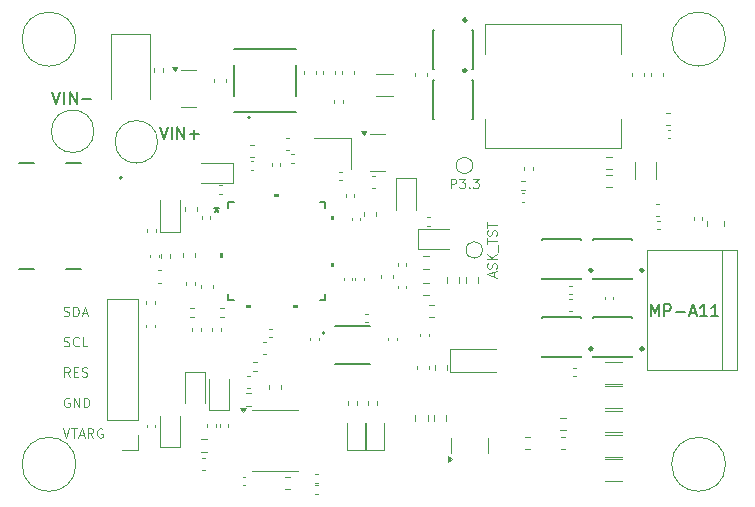
<source format=gbr>
%TF.GenerationSoftware,KiCad,Pcbnew,8.0.8*%
%TF.CreationDate,2025-05-28T16:15:01+07:00*%
%TF.ProjectId,WLC_TX15W_C1_V1.1,574c435f-5458-4313-9557-5f43315f5631,rev?*%
%TF.SameCoordinates,Original*%
%TF.FileFunction,Legend,Top*%
%TF.FilePolarity,Positive*%
%FSLAX46Y46*%
G04 Gerber Fmt 4.6, Leading zero omitted, Abs format (unit mm)*
G04 Created by KiCad (PCBNEW 8.0.8) date 2025-05-28 16:15:01*
%MOMM*%
%LPD*%
G01*
G04 APERTURE LIST*
%ADD10C,0.100000*%
%ADD11C,0.150000*%
%ADD12C,0.120000*%
%ADD13C,0.200000*%
%ADD14C,0.250000*%
%ADD15C,0.152400*%
%ADD16C,0.000000*%
%ADD17C,0.127000*%
G04 APERTURE END LIST*
D10*
X106268169Y-76405160D02*
X106382455Y-76443255D01*
X106382455Y-76443255D02*
X106572931Y-76443255D01*
X106572931Y-76443255D02*
X106649122Y-76405160D01*
X106649122Y-76405160D02*
X106687217Y-76367064D01*
X106687217Y-76367064D02*
X106725312Y-76290874D01*
X106725312Y-76290874D02*
X106725312Y-76214683D01*
X106725312Y-76214683D02*
X106687217Y-76138493D01*
X106687217Y-76138493D02*
X106649122Y-76100398D01*
X106649122Y-76100398D02*
X106572931Y-76062302D01*
X106572931Y-76062302D02*
X106420550Y-76024207D01*
X106420550Y-76024207D02*
X106344360Y-75986112D01*
X106344360Y-75986112D02*
X106306265Y-75948017D01*
X106306265Y-75948017D02*
X106268169Y-75871826D01*
X106268169Y-75871826D02*
X106268169Y-75795636D01*
X106268169Y-75795636D02*
X106306265Y-75719445D01*
X106306265Y-75719445D02*
X106344360Y-75681350D01*
X106344360Y-75681350D02*
X106420550Y-75643255D01*
X106420550Y-75643255D02*
X106611027Y-75643255D01*
X106611027Y-75643255D02*
X106725312Y-75681350D01*
X107068170Y-76443255D02*
X107068170Y-75643255D01*
X107068170Y-75643255D02*
X107258646Y-75643255D01*
X107258646Y-75643255D02*
X107372932Y-75681350D01*
X107372932Y-75681350D02*
X107449122Y-75757540D01*
X107449122Y-75757540D02*
X107487217Y-75833731D01*
X107487217Y-75833731D02*
X107525313Y-75986112D01*
X107525313Y-75986112D02*
X107525313Y-76100398D01*
X107525313Y-76100398D02*
X107487217Y-76252779D01*
X107487217Y-76252779D02*
X107449122Y-76328969D01*
X107449122Y-76328969D02*
X107372932Y-76405160D01*
X107372932Y-76405160D02*
X107258646Y-76443255D01*
X107258646Y-76443255D02*
X107068170Y-76443255D01*
X107830074Y-76214683D02*
X108211027Y-76214683D01*
X107753884Y-76443255D02*
X108020551Y-75643255D01*
X108020551Y-75643255D02*
X108287217Y-76443255D01*
X106268169Y-78981070D02*
X106382455Y-79019165D01*
X106382455Y-79019165D02*
X106572931Y-79019165D01*
X106572931Y-79019165D02*
X106649122Y-78981070D01*
X106649122Y-78981070D02*
X106687217Y-78942974D01*
X106687217Y-78942974D02*
X106725312Y-78866784D01*
X106725312Y-78866784D02*
X106725312Y-78790593D01*
X106725312Y-78790593D02*
X106687217Y-78714403D01*
X106687217Y-78714403D02*
X106649122Y-78676308D01*
X106649122Y-78676308D02*
X106572931Y-78638212D01*
X106572931Y-78638212D02*
X106420550Y-78600117D01*
X106420550Y-78600117D02*
X106344360Y-78562022D01*
X106344360Y-78562022D02*
X106306265Y-78523927D01*
X106306265Y-78523927D02*
X106268169Y-78447736D01*
X106268169Y-78447736D02*
X106268169Y-78371546D01*
X106268169Y-78371546D02*
X106306265Y-78295355D01*
X106306265Y-78295355D02*
X106344360Y-78257260D01*
X106344360Y-78257260D02*
X106420550Y-78219165D01*
X106420550Y-78219165D02*
X106611027Y-78219165D01*
X106611027Y-78219165D02*
X106725312Y-78257260D01*
X107525313Y-78942974D02*
X107487217Y-78981070D01*
X107487217Y-78981070D02*
X107372932Y-79019165D01*
X107372932Y-79019165D02*
X107296741Y-79019165D01*
X107296741Y-79019165D02*
X107182455Y-78981070D01*
X107182455Y-78981070D02*
X107106265Y-78904879D01*
X107106265Y-78904879D02*
X107068170Y-78828689D01*
X107068170Y-78828689D02*
X107030074Y-78676308D01*
X107030074Y-78676308D02*
X107030074Y-78562022D01*
X107030074Y-78562022D02*
X107068170Y-78409641D01*
X107068170Y-78409641D02*
X107106265Y-78333450D01*
X107106265Y-78333450D02*
X107182455Y-78257260D01*
X107182455Y-78257260D02*
X107296741Y-78219165D01*
X107296741Y-78219165D02*
X107372932Y-78219165D01*
X107372932Y-78219165D02*
X107487217Y-78257260D01*
X107487217Y-78257260D02*
X107525313Y-78295355D01*
X108249122Y-79019165D02*
X107868170Y-79019165D01*
X107868170Y-79019165D02*
X107868170Y-78219165D01*
X106763408Y-81595075D02*
X106496741Y-81214122D01*
X106306265Y-81595075D02*
X106306265Y-80795075D01*
X106306265Y-80795075D02*
X106611027Y-80795075D01*
X106611027Y-80795075D02*
X106687217Y-80833170D01*
X106687217Y-80833170D02*
X106725312Y-80871265D01*
X106725312Y-80871265D02*
X106763408Y-80947456D01*
X106763408Y-80947456D02*
X106763408Y-81061741D01*
X106763408Y-81061741D02*
X106725312Y-81137932D01*
X106725312Y-81137932D02*
X106687217Y-81176027D01*
X106687217Y-81176027D02*
X106611027Y-81214122D01*
X106611027Y-81214122D02*
X106306265Y-81214122D01*
X107106265Y-81176027D02*
X107372931Y-81176027D01*
X107487217Y-81595075D02*
X107106265Y-81595075D01*
X107106265Y-81595075D02*
X107106265Y-80795075D01*
X107106265Y-80795075D02*
X107487217Y-80795075D01*
X107791979Y-81556980D02*
X107906265Y-81595075D01*
X107906265Y-81595075D02*
X108096741Y-81595075D01*
X108096741Y-81595075D02*
X108172932Y-81556980D01*
X108172932Y-81556980D02*
X108211027Y-81518884D01*
X108211027Y-81518884D02*
X108249122Y-81442694D01*
X108249122Y-81442694D02*
X108249122Y-81366503D01*
X108249122Y-81366503D02*
X108211027Y-81290313D01*
X108211027Y-81290313D02*
X108172932Y-81252218D01*
X108172932Y-81252218D02*
X108096741Y-81214122D01*
X108096741Y-81214122D02*
X107944360Y-81176027D01*
X107944360Y-81176027D02*
X107868170Y-81137932D01*
X107868170Y-81137932D02*
X107830075Y-81099837D01*
X107830075Y-81099837D02*
X107791979Y-81023646D01*
X107791979Y-81023646D02*
X107791979Y-80947456D01*
X107791979Y-80947456D02*
X107830075Y-80871265D01*
X107830075Y-80871265D02*
X107868170Y-80833170D01*
X107868170Y-80833170D02*
X107944360Y-80795075D01*
X107944360Y-80795075D02*
X108134837Y-80795075D01*
X108134837Y-80795075D02*
X108249122Y-80833170D01*
X106725312Y-83409080D02*
X106649122Y-83370985D01*
X106649122Y-83370985D02*
X106534836Y-83370985D01*
X106534836Y-83370985D02*
X106420550Y-83409080D01*
X106420550Y-83409080D02*
X106344360Y-83485270D01*
X106344360Y-83485270D02*
X106306265Y-83561461D01*
X106306265Y-83561461D02*
X106268169Y-83713842D01*
X106268169Y-83713842D02*
X106268169Y-83828128D01*
X106268169Y-83828128D02*
X106306265Y-83980509D01*
X106306265Y-83980509D02*
X106344360Y-84056699D01*
X106344360Y-84056699D02*
X106420550Y-84132890D01*
X106420550Y-84132890D02*
X106534836Y-84170985D01*
X106534836Y-84170985D02*
X106611027Y-84170985D01*
X106611027Y-84170985D02*
X106725312Y-84132890D01*
X106725312Y-84132890D02*
X106763408Y-84094794D01*
X106763408Y-84094794D02*
X106763408Y-83828128D01*
X106763408Y-83828128D02*
X106611027Y-83828128D01*
X107106265Y-84170985D02*
X107106265Y-83370985D01*
X107106265Y-83370985D02*
X107563408Y-84170985D01*
X107563408Y-84170985D02*
X107563408Y-83370985D01*
X107944360Y-84170985D02*
X107944360Y-83370985D01*
X107944360Y-83370985D02*
X108134836Y-83370985D01*
X108134836Y-83370985D02*
X108249122Y-83409080D01*
X108249122Y-83409080D02*
X108325312Y-83485270D01*
X108325312Y-83485270D02*
X108363407Y-83561461D01*
X108363407Y-83561461D02*
X108401503Y-83713842D01*
X108401503Y-83713842D02*
X108401503Y-83828128D01*
X108401503Y-83828128D02*
X108363407Y-83980509D01*
X108363407Y-83980509D02*
X108325312Y-84056699D01*
X108325312Y-84056699D02*
X108249122Y-84132890D01*
X108249122Y-84132890D02*
X108134836Y-84170985D01*
X108134836Y-84170985D02*
X107944360Y-84170985D01*
X106191979Y-85946895D02*
X106458646Y-86746895D01*
X106458646Y-86746895D02*
X106725312Y-85946895D01*
X106877693Y-85946895D02*
X107334836Y-85946895D01*
X107106264Y-86746895D02*
X107106264Y-85946895D01*
X107563407Y-86518323D02*
X107944360Y-86518323D01*
X107487217Y-86746895D02*
X107753884Y-85946895D01*
X107753884Y-85946895D02*
X108020550Y-86746895D01*
X108744360Y-86746895D02*
X108477693Y-86365942D01*
X108287217Y-86746895D02*
X108287217Y-85946895D01*
X108287217Y-85946895D02*
X108591979Y-85946895D01*
X108591979Y-85946895D02*
X108668169Y-85984990D01*
X108668169Y-85984990D02*
X108706264Y-86023085D01*
X108706264Y-86023085D02*
X108744360Y-86099276D01*
X108744360Y-86099276D02*
X108744360Y-86213561D01*
X108744360Y-86213561D02*
X108706264Y-86289752D01*
X108706264Y-86289752D02*
X108668169Y-86327847D01*
X108668169Y-86327847D02*
X108591979Y-86365942D01*
X108591979Y-86365942D02*
X108287217Y-86365942D01*
X109506264Y-85984990D02*
X109430074Y-85946895D01*
X109430074Y-85946895D02*
X109315788Y-85946895D01*
X109315788Y-85946895D02*
X109201502Y-85984990D01*
X109201502Y-85984990D02*
X109125312Y-86061180D01*
X109125312Y-86061180D02*
X109087217Y-86137371D01*
X109087217Y-86137371D02*
X109049121Y-86289752D01*
X109049121Y-86289752D02*
X109049121Y-86404038D01*
X109049121Y-86404038D02*
X109087217Y-86556419D01*
X109087217Y-86556419D02*
X109125312Y-86632609D01*
X109125312Y-86632609D02*
X109201502Y-86708800D01*
X109201502Y-86708800D02*
X109315788Y-86746895D01*
X109315788Y-86746895D02*
X109391979Y-86746895D01*
X109391979Y-86746895D02*
X109506264Y-86708800D01*
X109506264Y-86708800D02*
X109544360Y-86670704D01*
X109544360Y-86670704D02*
X109544360Y-86404038D01*
X109544360Y-86404038D02*
X109391979Y-86404038D01*
D11*
X155941667Y-76454819D02*
X155941667Y-75454819D01*
X155941667Y-75454819D02*
X156275000Y-76169104D01*
X156275000Y-76169104D02*
X156608333Y-75454819D01*
X156608333Y-75454819D02*
X156608333Y-76454819D01*
X157084524Y-76454819D02*
X157084524Y-75454819D01*
X157084524Y-75454819D02*
X157465476Y-75454819D01*
X157465476Y-75454819D02*
X157560714Y-75502438D01*
X157560714Y-75502438D02*
X157608333Y-75550057D01*
X157608333Y-75550057D02*
X157655952Y-75645295D01*
X157655952Y-75645295D02*
X157655952Y-75788152D01*
X157655952Y-75788152D02*
X157608333Y-75883390D01*
X157608333Y-75883390D02*
X157560714Y-75931009D01*
X157560714Y-75931009D02*
X157465476Y-75978628D01*
X157465476Y-75978628D02*
X157084524Y-75978628D01*
X158084524Y-76073866D02*
X158846429Y-76073866D01*
X159275000Y-76169104D02*
X159751190Y-76169104D01*
X159179762Y-76454819D02*
X159513095Y-75454819D01*
X159513095Y-75454819D02*
X159846428Y-76454819D01*
X160703571Y-76454819D02*
X160132143Y-76454819D01*
X160417857Y-76454819D02*
X160417857Y-75454819D01*
X160417857Y-75454819D02*
X160322619Y-75597676D01*
X160322619Y-75597676D02*
X160227381Y-75692914D01*
X160227381Y-75692914D02*
X160132143Y-75740533D01*
X161655952Y-76454819D02*
X161084524Y-76454819D01*
X161370238Y-76454819D02*
X161370238Y-75454819D01*
X161370238Y-75454819D02*
X161275000Y-75597676D01*
X161275000Y-75597676D02*
X161179762Y-75692914D01*
X161179762Y-75692914D02*
X161084524Y-75740533D01*
X105285715Y-57454819D02*
X105619048Y-58454819D01*
X105619048Y-58454819D02*
X105952381Y-57454819D01*
X106285715Y-58454819D02*
X106285715Y-57454819D01*
X106761905Y-58454819D02*
X106761905Y-57454819D01*
X106761905Y-57454819D02*
X107333333Y-58454819D01*
X107333333Y-58454819D02*
X107333333Y-57454819D01*
X107809524Y-58073866D02*
X108571429Y-58073866D01*
X114385715Y-60454819D02*
X114719048Y-61454819D01*
X114719048Y-61454819D02*
X115052381Y-60454819D01*
X115385715Y-61454819D02*
X115385715Y-60454819D01*
X115861905Y-61454819D02*
X115861905Y-60454819D01*
X115861905Y-60454819D02*
X116433333Y-61454819D01*
X116433333Y-61454819D02*
X116433333Y-60454819D01*
X116909524Y-61073866D02*
X117671429Y-61073866D01*
X117290476Y-61454819D02*
X117290476Y-60692914D01*
X119183400Y-67179819D02*
X119183400Y-67417914D01*
X118945305Y-67322676D02*
X119183400Y-67417914D01*
X119183400Y-67417914D02*
X119421495Y-67322676D01*
X119040543Y-67608390D02*
X119183400Y-67417914D01*
X119183400Y-67417914D02*
X119326257Y-67608390D01*
X119183400Y-67179819D02*
X119183400Y-67417914D01*
X118945305Y-67322676D02*
X119183400Y-67417914D01*
X119183400Y-67417914D02*
X119421495Y-67322676D01*
X119040543Y-67608390D02*
X119183400Y-67417914D01*
X119183400Y-67417914D02*
X119326257Y-67608390D01*
D10*
X139013095Y-65614895D02*
X139013095Y-64814895D01*
X139013095Y-64814895D02*
X139317857Y-64814895D01*
X139317857Y-64814895D02*
X139394047Y-64852990D01*
X139394047Y-64852990D02*
X139432142Y-64891085D01*
X139432142Y-64891085D02*
X139470238Y-64967276D01*
X139470238Y-64967276D02*
X139470238Y-65081561D01*
X139470238Y-65081561D02*
X139432142Y-65157752D01*
X139432142Y-65157752D02*
X139394047Y-65195847D01*
X139394047Y-65195847D02*
X139317857Y-65233942D01*
X139317857Y-65233942D02*
X139013095Y-65233942D01*
X139736904Y-64814895D02*
X140232142Y-64814895D01*
X140232142Y-64814895D02*
X139965476Y-65119657D01*
X139965476Y-65119657D02*
X140079761Y-65119657D01*
X140079761Y-65119657D02*
X140155952Y-65157752D01*
X140155952Y-65157752D02*
X140194047Y-65195847D01*
X140194047Y-65195847D02*
X140232142Y-65272038D01*
X140232142Y-65272038D02*
X140232142Y-65462514D01*
X140232142Y-65462514D02*
X140194047Y-65538704D01*
X140194047Y-65538704D02*
X140155952Y-65576800D01*
X140155952Y-65576800D02*
X140079761Y-65614895D01*
X140079761Y-65614895D02*
X139851190Y-65614895D01*
X139851190Y-65614895D02*
X139774999Y-65576800D01*
X139774999Y-65576800D02*
X139736904Y-65538704D01*
X140575000Y-65538704D02*
X140613095Y-65576800D01*
X140613095Y-65576800D02*
X140575000Y-65614895D01*
X140575000Y-65614895D02*
X140536904Y-65576800D01*
X140536904Y-65576800D02*
X140575000Y-65538704D01*
X140575000Y-65538704D02*
X140575000Y-65614895D01*
X140879761Y-64814895D02*
X141374999Y-64814895D01*
X141374999Y-64814895D02*
X141108333Y-65119657D01*
X141108333Y-65119657D02*
X141222618Y-65119657D01*
X141222618Y-65119657D02*
X141298809Y-65157752D01*
X141298809Y-65157752D02*
X141336904Y-65195847D01*
X141336904Y-65195847D02*
X141374999Y-65272038D01*
X141374999Y-65272038D02*
X141374999Y-65462514D01*
X141374999Y-65462514D02*
X141336904Y-65538704D01*
X141336904Y-65538704D02*
X141298809Y-65576800D01*
X141298809Y-65576800D02*
X141222618Y-65614895D01*
X141222618Y-65614895D02*
X140994047Y-65614895D01*
X140994047Y-65614895D02*
X140917856Y-65576800D01*
X140917856Y-65576800D02*
X140879761Y-65538704D01*
X142686323Y-73116667D02*
X142686323Y-72735714D01*
X142914895Y-73192857D02*
X142114895Y-72926190D01*
X142114895Y-72926190D02*
X142914895Y-72659524D01*
X142876800Y-72430953D02*
X142914895Y-72316667D01*
X142914895Y-72316667D02*
X142914895Y-72126191D01*
X142914895Y-72126191D02*
X142876800Y-72050000D01*
X142876800Y-72050000D02*
X142838704Y-72011905D01*
X142838704Y-72011905D02*
X142762514Y-71973810D01*
X142762514Y-71973810D02*
X142686323Y-71973810D01*
X142686323Y-71973810D02*
X142610133Y-72011905D01*
X142610133Y-72011905D02*
X142572038Y-72050000D01*
X142572038Y-72050000D02*
X142533942Y-72126191D01*
X142533942Y-72126191D02*
X142495847Y-72278572D01*
X142495847Y-72278572D02*
X142457752Y-72354762D01*
X142457752Y-72354762D02*
X142419657Y-72392857D01*
X142419657Y-72392857D02*
X142343466Y-72430953D01*
X142343466Y-72430953D02*
X142267276Y-72430953D01*
X142267276Y-72430953D02*
X142191085Y-72392857D01*
X142191085Y-72392857D02*
X142152990Y-72354762D01*
X142152990Y-72354762D02*
X142114895Y-72278572D01*
X142114895Y-72278572D02*
X142114895Y-72088095D01*
X142114895Y-72088095D02*
X142152990Y-71973810D01*
X142914895Y-71630952D02*
X142114895Y-71630952D01*
X142914895Y-71173809D02*
X142457752Y-71516667D01*
X142114895Y-71173809D02*
X142572038Y-71630952D01*
X142991085Y-71021429D02*
X142991085Y-70411905D01*
X142114895Y-70335714D02*
X142114895Y-69878571D01*
X142914895Y-70107143D02*
X142114895Y-70107143D01*
X142876800Y-69650000D02*
X142914895Y-69535714D01*
X142914895Y-69535714D02*
X142914895Y-69345238D01*
X142914895Y-69345238D02*
X142876800Y-69269047D01*
X142876800Y-69269047D02*
X142838704Y-69230952D01*
X142838704Y-69230952D02*
X142762514Y-69192857D01*
X142762514Y-69192857D02*
X142686323Y-69192857D01*
X142686323Y-69192857D02*
X142610133Y-69230952D01*
X142610133Y-69230952D02*
X142572038Y-69269047D01*
X142572038Y-69269047D02*
X142533942Y-69345238D01*
X142533942Y-69345238D02*
X142495847Y-69497619D01*
X142495847Y-69497619D02*
X142457752Y-69573809D01*
X142457752Y-69573809D02*
X142419657Y-69611904D01*
X142419657Y-69611904D02*
X142343466Y-69650000D01*
X142343466Y-69650000D02*
X142267276Y-69650000D01*
X142267276Y-69650000D02*
X142191085Y-69611904D01*
X142191085Y-69611904D02*
X142152990Y-69573809D01*
X142152990Y-69573809D02*
X142114895Y-69497619D01*
X142114895Y-69497619D02*
X142114895Y-69307142D01*
X142114895Y-69307142D02*
X142152990Y-69192857D01*
X142114895Y-68964285D02*
X142114895Y-68507142D01*
X142914895Y-68735714D02*
X142114895Y-68735714D01*
D12*
%TO.C,R3*%
X145220000Y-64103641D02*
X145220000Y-63796359D01*
X145980000Y-64103641D02*
X145980000Y-63796359D01*
%TO.C,R4*%
X145303641Y-65780000D02*
X144996359Y-65780000D01*
X145303641Y-65020000D02*
X144996359Y-65020000D01*
%TO.C,TH2*%
X162185000Y-68372936D02*
X162185000Y-68827064D01*
X160715000Y-68372936D02*
X160715000Y-68827064D01*
%TO.C,TH1*%
X160330000Y-68046359D02*
X160330000Y-68353641D01*
X159570000Y-68046359D02*
X159570000Y-68353641D01*
%TO.C,TP8*%
X107286000Y-89000000D02*
G75*
G02*
X102714000Y-89000000I-2286000J0D01*
G01*
X102714000Y-89000000D02*
G75*
G02*
X107286000Y-89000000I2286000J0D01*
G01*
%TO.C,TP7*%
X162286000Y-89000000D02*
G75*
G02*
X157714000Y-89000000I-2286000J0D01*
G01*
X157714000Y-89000000D02*
G75*
G02*
X162286000Y-89000000I2286000J0D01*
G01*
%TO.C,TP6*%
X107286000Y-53000000D02*
G75*
G02*
X102714000Y-53000000I-2286000J0D01*
G01*
X102714000Y-53000000D02*
G75*
G02*
X107286000Y-53000000I2286000J0D01*
G01*
%TO.C,TP5*%
X162286000Y-53000000D02*
G75*
G02*
X157714000Y-53000000I-2286000J0D01*
G01*
X157714000Y-53000000D02*
G75*
G02*
X162286000Y-53000000I2286000J0D01*
G01*
%TO.C,R18*%
X114520000Y-71503641D02*
X114520000Y-71196359D01*
X115280000Y-71503641D02*
X115280000Y-71196359D01*
%TO.C,R6*%
X122296359Y-80370000D02*
X122603641Y-80370000D01*
X122296359Y-81130000D02*
X122603641Y-81130000D01*
%TO.C,C32*%
X118840000Y-77707836D02*
X118840000Y-77492164D01*
X119560000Y-77707836D02*
X119560000Y-77492164D01*
%TO.C,C31*%
X117140000Y-77707836D02*
X117140000Y-77492164D01*
X117860000Y-77707836D02*
X117860000Y-77492164D01*
D13*
%TO.C,J3*%
X103755000Y-63530000D02*
X102475000Y-63530000D01*
X102475000Y-72470000D02*
X103755000Y-72470000D01*
X107725000Y-63530000D02*
X106475000Y-63530000D01*
X107725000Y-72470000D02*
X106475000Y-72470000D01*
X111175000Y-64750000D02*
G75*
G02*
X110975000Y-64750000I-100000J0D01*
G01*
X110975000Y-64750000D02*
G75*
G02*
X111175000Y-64750000I100000J0D01*
G01*
D12*
%TO.C,R22*%
X116946359Y-75795000D02*
X117253641Y-75795000D01*
X116946359Y-76555000D02*
X117253641Y-76555000D01*
%TO.C,R9*%
X119803641Y-76530000D02*
X119496359Y-76530000D01*
X119803641Y-75770000D02*
X119496359Y-75770000D01*
%TO.C,TP4*%
X108800000Y-60800000D02*
G75*
G02*
X105200000Y-60800000I-1800000J0D01*
G01*
X105200000Y-60800000D02*
G75*
G02*
X108800000Y-60800000I1800000J0D01*
G01*
%TO.C,TP3*%
X114200000Y-61700000D02*
G75*
G02*
X110600000Y-61700000I-1800000J0D01*
G01*
X110600000Y-61700000D02*
G75*
G02*
X114200000Y-61700000I1800000J0D01*
G01*
%TO.C,D11*%
X138990000Y-79200000D02*
X138990000Y-81200000D01*
X138990000Y-79200000D02*
X142850000Y-79200000D01*
X138990000Y-81200000D02*
X142850000Y-81200000D01*
%TO.C,D15*%
X139040000Y-87400000D02*
X139040000Y-88050000D01*
X139040000Y-87400000D02*
X139040000Y-86750000D01*
X142160000Y-87400000D02*
X142160000Y-88050000D01*
X142160000Y-87400000D02*
X142160000Y-86750000D01*
X139090000Y-88562500D02*
X138760000Y-88802500D01*
X138760000Y-88322500D01*
X139090000Y-88562500D01*
G36*
X139090000Y-88562500D02*
G01*
X138760000Y-88802500D01*
X138760000Y-88322500D01*
X139090000Y-88562500D01*
G37*
D13*
%TO.C,Q5*%
X137525000Y-56475000D02*
X137525000Y-59775000D01*
X137525000Y-56475000D02*
X137625000Y-56475000D01*
X137525000Y-59775000D02*
X137625000Y-59775000D01*
X140825000Y-56474750D02*
X140925000Y-56474750D01*
X140825000Y-59774750D02*
X140925000Y-59774750D01*
X140925000Y-56474750D02*
X140925000Y-59774750D01*
D14*
X140325000Y-55674250D02*
G75*
G02*
X140075000Y-55674250I-125000J0D01*
G01*
X140075000Y-55674250D02*
G75*
G02*
X140325000Y-55674250I125000J0D01*
G01*
D12*
%TO.C,C29*%
X123642164Y-77515000D02*
X123857836Y-77515000D01*
X123642164Y-78235000D02*
X123857836Y-78235000D01*
%TO.C,R2*%
X132020000Y-83646359D02*
X132020000Y-83953641D01*
X132780000Y-83646359D02*
X132780000Y-83953641D01*
D13*
%TO.C,Q1*%
X137525000Y-52200000D02*
X137525000Y-55500000D01*
X137525000Y-52200000D02*
X137625000Y-52200000D01*
X137525000Y-55500000D02*
X137625000Y-55500000D01*
X140825000Y-52199750D02*
X140925000Y-52199750D01*
X140825000Y-55499750D02*
X140925000Y-55499750D01*
X140925000Y-52199750D02*
X140925000Y-55499750D01*
D14*
X140325000Y-51399250D02*
G75*
G02*
X140075000Y-51399250I-125000J0D01*
G01*
X140075000Y-51399250D02*
G75*
G02*
X140325000Y-51399250I125000J0D01*
G01*
D15*
%TO.C,U4*%
X120148600Y-66797500D02*
X120148600Y-67290661D01*
X120148600Y-74559339D02*
X120148600Y-75052500D01*
X120148600Y-75052500D02*
X120641761Y-75052500D01*
X120641761Y-66797500D02*
X120148600Y-66797500D01*
X127910439Y-75052500D02*
X128403600Y-75052500D01*
X128403600Y-66797500D02*
X127910439Y-66797500D01*
X128403600Y-67290661D02*
X128403600Y-66797500D01*
X128403600Y-75052500D02*
X128403600Y-74559339D01*
D16*
G36*
X119716800Y-71515499D02*
G01*
X119462800Y-71515499D01*
X119462800Y-71134499D01*
X119716800Y-71134499D01*
X119716800Y-71515499D01*
G37*
G36*
X122066600Y-75738300D02*
G01*
X121685600Y-75738300D01*
X121685600Y-75484300D01*
X122066600Y-75484300D01*
X122066600Y-75738300D01*
G37*
G36*
X124466600Y-66365700D02*
G01*
X124085600Y-66365700D01*
X124085600Y-66111700D01*
X124466600Y-66111700D01*
X124466600Y-66365700D01*
G37*
G36*
X126066599Y-75738300D02*
G01*
X125685599Y-75738300D01*
X125685599Y-75484300D01*
X126066599Y-75484300D01*
X126066599Y-75738300D01*
G37*
G36*
X129089400Y-68315501D02*
G01*
X128835400Y-68315501D01*
X128835400Y-67934501D01*
X129089400Y-67934501D01*
X129089400Y-68315501D01*
G37*
G36*
X129089400Y-72315500D02*
G01*
X128835400Y-72315500D01*
X128835400Y-71934500D01*
X129089400Y-71934500D01*
X129089400Y-72315500D01*
G37*
D12*
%TO.C,R32*%
X136027500Y-84837742D02*
X136027500Y-85312258D01*
X137072500Y-84837742D02*
X137072500Y-85312258D01*
%TO.C,D2*%
X130265000Y-85500000D02*
X130265000Y-87785000D01*
X130265000Y-87785000D02*
X131735000Y-87785000D01*
X131735000Y-87785000D02*
X131735000Y-85500000D01*
%TO.C,C23*%
X149392164Y-80840000D02*
X149607836Y-80840000D01*
X149392164Y-81560000D02*
X149607836Y-81560000D01*
%TO.C,C53*%
X136140000Y-80940580D02*
X136140000Y-80659420D01*
X137160000Y-80940580D02*
X137160000Y-80659420D01*
%TO.C,C61*%
X156707836Y-68365000D02*
X156492164Y-68365000D01*
X156707836Y-69085000D02*
X156492164Y-69085000D01*
%TO.C,R23*%
X137162258Y-71402500D02*
X136687742Y-71402500D01*
X137162258Y-72447500D02*
X136687742Y-72447500D01*
%TO.C,R11*%
X125437258Y-90077500D02*
X124962742Y-90077500D01*
X125437258Y-91122500D02*
X124962742Y-91122500D01*
%TO.C,C27*%
X119632836Y-65365000D02*
X119417164Y-65365000D01*
X119632836Y-66085000D02*
X119417164Y-66085000D01*
%TO.C,R10*%
X127803641Y-90770000D02*
X127496359Y-90770000D01*
X127803641Y-91530000D02*
X127496359Y-91530000D01*
%TO.C,D9*%
X120560000Y-63450000D02*
X117900000Y-63450000D01*
X120560000Y-65150000D02*
X117900000Y-65150000D01*
X120560000Y-65150000D02*
X120560000Y-63450000D01*
%TO.C,C6*%
X119440000Y-85592164D02*
X119440000Y-85807836D01*
X120160000Y-85592164D02*
X120160000Y-85807836D01*
%TO.C,L2*%
X155590000Y-70880000D02*
X155590000Y-81040000D01*
X155590000Y-81040000D02*
X163210000Y-81040000D01*
X161940000Y-70880000D02*
X161940000Y-81040000D01*
X163210000Y-70880000D02*
X155590000Y-70880000D01*
X163210000Y-81040000D02*
X163210000Y-70880000D01*
%TO.C,C40*%
X122092164Y-63340000D02*
X122307836Y-63340000D01*
X122092164Y-64060000D02*
X122307836Y-64060000D01*
%TO.C,J1*%
X109870000Y-85230000D02*
X109870000Y-75010000D01*
X112530000Y-75010000D02*
X109870000Y-75010000D01*
X112530000Y-85230000D02*
X109870000Y-85230000D01*
X112530000Y-85230000D02*
X112530000Y-75010000D01*
X112530000Y-86500000D02*
X112530000Y-87830000D01*
X112530000Y-87830000D02*
X111200000Y-87830000D01*
%TO.C,C37*%
X116315000Y-71415580D02*
X116315000Y-71134420D01*
X117335000Y-71415580D02*
X117335000Y-71134420D01*
%TO.C,C57*%
X157540580Y-59290000D02*
X157259420Y-59290000D01*
X157540580Y-60310000D02*
X157259420Y-60310000D01*
%TO.C,R35*%
X113920000Y-55753641D02*
X113920000Y-55446359D01*
X114680000Y-55753641D02*
X114680000Y-55446359D01*
%TO.C,C26*%
X130115000Y-66332836D02*
X130115000Y-66117164D01*
X130835000Y-66332836D02*
X130835000Y-66117164D01*
%TO.C,R17*%
X113240000Y-75192164D02*
X113240000Y-75407836D01*
X113960000Y-75192164D02*
X113960000Y-75407836D01*
%TO.C,C21*%
X149315580Y-74965000D02*
X149034420Y-74965000D01*
X149315580Y-75985000D02*
X149034420Y-75985000D01*
%TO.C,C36*%
X114209420Y-72590000D02*
X114490580Y-72590000D01*
X114209420Y-73610000D02*
X114490580Y-73610000D01*
%TO.C,C33*%
X117865000Y-74065580D02*
X117865000Y-73784420D01*
X118885000Y-74065580D02*
X118885000Y-73784420D01*
%TO.C,C39*%
X117510000Y-67234420D02*
X117510000Y-67515580D01*
X116490000Y-67234420D02*
X116490000Y-67515580D01*
%TO.C,R25*%
X140302500Y-73612258D02*
X140302500Y-73137742D01*
X141347500Y-73612258D02*
X141347500Y-73137742D01*
%TO.C,C19*%
X153536252Y-82402500D02*
X152113748Y-82402500D01*
X153536252Y-84222500D02*
X152113748Y-84222500D01*
%TO.C,R5*%
X117862742Y-86877500D02*
X118337258Y-86877500D01*
X117862742Y-87922500D02*
X118337258Y-87922500D01*
%TO.C,C24*%
X152040000Y-75007836D02*
X152040000Y-74792164D01*
X152760000Y-75007836D02*
X152760000Y-74792164D01*
%TO.C,R8*%
X118420000Y-85546359D02*
X118420000Y-85853641D01*
X119180000Y-85546359D02*
X119180000Y-85853641D01*
%TO.C,D3*%
X114400000Y-87560000D02*
X114400000Y-84900000D01*
X114400000Y-87560000D02*
X116100000Y-87560000D01*
X116100000Y-87560000D02*
X116100000Y-84900000D01*
%TO.C,C44*%
X125492164Y-62740000D02*
X125707836Y-62740000D01*
X125492164Y-63460000D02*
X125707836Y-63460000D01*
%TO.C,R14*%
X133740000Y-78507836D02*
X133740000Y-78292164D01*
X134460000Y-78507836D02*
X134460000Y-78292164D01*
%TO.C,C52*%
X136415000Y-78157836D02*
X136415000Y-77942164D01*
X137135000Y-78157836D02*
X137135000Y-77942164D01*
%TO.C,C59*%
X129165000Y-58407836D02*
X129165000Y-58192164D01*
X129885000Y-58407836D02*
X129885000Y-58192164D01*
%TO.C,D7*%
X134375000Y-64790000D02*
X134375000Y-67450000D01*
X136075000Y-64790000D02*
X134375000Y-64790000D01*
X136075000Y-64790000D02*
X136075000Y-67450000D01*
D13*
%TO.C,Q2*%
X146774750Y-76550000D02*
X146774750Y-76650000D01*
X146775000Y-79850000D02*
X146775000Y-79950000D01*
X150074750Y-76550000D02*
X146774750Y-76550000D01*
X150074750Y-76550000D02*
X150074750Y-76650000D01*
X150075000Y-79850000D02*
X150075000Y-79950000D01*
X150075000Y-79950000D02*
X146775000Y-79950000D01*
D14*
X151000500Y-79225000D02*
G75*
G02*
X150750500Y-79225000I-125000J0D01*
G01*
X150750500Y-79225000D02*
G75*
G02*
X151000500Y-79225000I125000J0D01*
G01*
D13*
%TO.C,Q3*%
X146774750Y-69900000D02*
X146774750Y-70000000D01*
X146775000Y-73200000D02*
X146775000Y-73300000D01*
X150074750Y-69900000D02*
X146774750Y-69900000D01*
X150074750Y-69900000D02*
X150074750Y-70000000D01*
X150075000Y-73200000D02*
X150075000Y-73300000D01*
X150075000Y-73300000D02*
X146775000Y-73300000D01*
D14*
X151000500Y-72575000D02*
G75*
G02*
X150750500Y-72575000I-125000J0D01*
G01*
X150750500Y-72575000D02*
G75*
G02*
X151000500Y-72575000I125000J0D01*
G01*
D12*
%TO.C,R20*%
X152162742Y-62977500D02*
X152637258Y-62977500D01*
X152162742Y-64022500D02*
X152637258Y-64022500D01*
%TO.C,C2*%
X145257836Y-66040000D02*
X145042164Y-66040000D01*
X145257836Y-66760000D02*
X145042164Y-66760000D01*
%TO.C,C41*%
X122059420Y-61990000D02*
X122340580Y-61990000D01*
X122059420Y-63010000D02*
X122340580Y-63010000D01*
%TO.C,R24*%
X137162258Y-73652500D02*
X136687742Y-73652500D01*
X137162258Y-74697500D02*
X136687742Y-74697500D01*
%TO.C,C10*%
X128190000Y-55659420D02*
X128190000Y-55940580D01*
X129210000Y-55659420D02*
X129210000Y-55940580D01*
D17*
%TO.C,FL1*%
X120650000Y-55163500D02*
X120650000Y-57836500D01*
X120650000Y-59163500D02*
X125950000Y-59163500D01*
X125950000Y-53836500D02*
X120650000Y-53836500D01*
X125950000Y-57836500D02*
X125950000Y-55163500D01*
D13*
X122025000Y-59625000D02*
G75*
G02*
X121825000Y-59625000I-100000J0D01*
G01*
X121825000Y-59625000D02*
G75*
G02*
X122025000Y-59625000I100000J0D01*
G01*
D12*
%TO.C,Y2*%
X130600000Y-61400000D02*
X127400000Y-61400000D01*
X130600000Y-64000000D02*
X130600000Y-61400000D01*
%TO.C,C3*%
X117959420Y-88490000D02*
X118240580Y-88490000D01*
X117959420Y-89510000D02*
X118240580Y-89510000D01*
%TO.C,C18*%
X153536252Y-88590000D02*
X152113748Y-88590000D01*
X153536252Y-90410000D02*
X152113748Y-90410000D01*
%TO.C,C4*%
X123640000Y-82590580D02*
X123640000Y-82309420D01*
X124660000Y-82590580D02*
X124660000Y-82309420D01*
%TO.C,D10*%
X114400000Y-69310000D02*
X114400000Y-66650000D01*
X114400000Y-69310000D02*
X116100000Y-69310000D01*
X116100000Y-69310000D02*
X116100000Y-66650000D01*
%TO.C,C60*%
X149282836Y-73865000D02*
X149067164Y-73865000D01*
X149282836Y-74585000D02*
X149067164Y-74585000D01*
%TO.C,D5*%
X118550000Y-84410000D02*
X118550000Y-81750000D01*
X118550000Y-84410000D02*
X120250000Y-84410000D01*
X120250000Y-84410000D02*
X120250000Y-81750000D01*
%TO.C,C7*%
X127757836Y-89840000D02*
X127542164Y-89840000D01*
X127757836Y-90560000D02*
X127542164Y-90560000D01*
%TO.C,R27*%
X137637258Y-75477500D02*
X137162742Y-75477500D01*
X137637258Y-76522500D02*
X137162742Y-76522500D01*
%TO.C,C35*%
X113590000Y-71457836D02*
X113590000Y-71242164D01*
X114310000Y-71457836D02*
X114310000Y-71242164D01*
%TO.C,D6*%
X136215000Y-69075000D02*
X136215000Y-70775000D01*
X136215000Y-69075000D02*
X138875000Y-69075000D01*
X136215000Y-70775000D02*
X138875000Y-70775000D01*
%TO.C,C14*%
X155990000Y-55859420D02*
X155990000Y-56140580D01*
X157010000Y-55859420D02*
X157010000Y-56140580D01*
D13*
%TO.C,Q6*%
X151100000Y-76550000D02*
X151100000Y-76650000D01*
X151100250Y-79850000D02*
X151100250Y-79950000D01*
X154400000Y-76550000D02*
X151100000Y-76550000D01*
X154400000Y-76550000D02*
X154400000Y-76650000D01*
X154400250Y-79850000D02*
X154400250Y-79950000D01*
X154400250Y-79950000D02*
X151100250Y-79950000D01*
D14*
X155325750Y-79225000D02*
G75*
G02*
X155075750Y-79225000I-125000J0D01*
G01*
X155075750Y-79225000D02*
G75*
G02*
X155325750Y-79225000I125000J0D01*
G01*
D12*
%TO.C,C8*%
X121607836Y-90040000D02*
X121392164Y-90040000D01*
X121607836Y-90760000D02*
X121392164Y-90760000D01*
%TO.C,C56*%
X132640580Y-64590000D02*
X132359420Y-64590000D01*
X132640580Y-65610000D02*
X132359420Y-65610000D01*
%TO.C,R15*%
X127140000Y-78507836D02*
X127140000Y-78292164D01*
X127860000Y-78507836D02*
X127860000Y-78292164D01*
%TO.C,Q9*%
X116800000Y-55640000D02*
X116150000Y-55640000D01*
X116800000Y-55640000D02*
X117450000Y-55640000D01*
X116800000Y-58760000D02*
X116150000Y-58760000D01*
X116800000Y-58760000D02*
X117450000Y-58760000D01*
X115637500Y-55690000D02*
X115397500Y-55360000D01*
X115877500Y-55360000D01*
X115637500Y-55690000D01*
G36*
X115637500Y-55690000D02*
G01*
X115397500Y-55360000D01*
X115877500Y-55360000D01*
X115637500Y-55690000D01*
G37*
%TO.C,C12*%
X129790000Y-55659420D02*
X129790000Y-55940580D01*
X130810000Y-55659420D02*
X130810000Y-55940580D01*
%TO.C,R19*%
X152162742Y-64477500D02*
X152637258Y-64477500D01*
X152162742Y-65522500D02*
X152637258Y-65522500D01*
%TO.C,U2*%
X124100000Y-84440000D02*
X122150000Y-84440000D01*
X124100000Y-84440000D02*
X126050000Y-84440000D01*
X124100000Y-89560000D02*
X122150000Y-89560000D01*
X124100000Y-89560000D02*
X126050000Y-89560000D01*
X121400000Y-84535000D02*
X121160000Y-84205000D01*
X121640000Y-84205000D01*
X121400000Y-84535000D01*
G36*
X121400000Y-84535000D02*
G01*
X121160000Y-84205000D01*
X121640000Y-84205000D01*
X121400000Y-84535000D01*
G37*
%TO.C,R7*%
X122137258Y-82977500D02*
X121662742Y-82977500D01*
X122137258Y-84022500D02*
X121662742Y-84022500D01*
%TO.C,C5*%
X121759420Y-81490000D02*
X122040580Y-81490000D01*
X121759420Y-82510000D02*
X122040580Y-82510000D01*
%TO.C,C48*%
X129940000Y-73407836D02*
X129940000Y-73192164D01*
X130660000Y-73407836D02*
X130660000Y-73192164D01*
%TO.C,C9*%
X118990000Y-56359420D02*
X118990000Y-56640580D01*
X120010000Y-56359420D02*
X120010000Y-56640580D01*
%TO.C,C45*%
X130640000Y-68117164D02*
X130640000Y-68332836D01*
X131360000Y-68117164D02*
X131360000Y-68332836D01*
%TO.C,Q8*%
X132800000Y-61040000D02*
X132150000Y-61040000D01*
X132800000Y-61040000D02*
X133450000Y-61040000D01*
X132800000Y-64160000D02*
X132150000Y-64160000D01*
X132800000Y-64160000D02*
X133450000Y-64160000D01*
X131637500Y-61090000D02*
X131397500Y-60760000D01*
X131877500Y-60760000D01*
X131637500Y-61090000D01*
G36*
X131637500Y-61090000D02*
G01*
X131397500Y-60760000D01*
X131877500Y-60760000D01*
X131637500Y-61090000D01*
G37*
%TO.C,C25*%
X137042164Y-68090000D02*
X137257836Y-68090000D01*
X137042164Y-68810000D02*
X137257836Y-68810000D01*
%TO.C,R16*%
X113240000Y-77407836D02*
X113240000Y-77192164D01*
X113960000Y-77407836D02*
X113960000Y-77192164D01*
%TO.C,R13*%
X154590000Y-64827064D02*
X154590000Y-63372936D01*
X156410000Y-64827064D02*
X156410000Y-63372936D01*
%TO.C,C13*%
X135990000Y-55859420D02*
X135990000Y-56140580D01*
X137010000Y-55859420D02*
X137010000Y-56140580D01*
D17*
%TO.C,U3*%
X129200000Y-77330000D02*
X132200000Y-77330000D01*
X129200000Y-80470000D02*
X132200000Y-80470000D01*
D13*
X128340000Y-77900000D02*
G75*
G02*
X128140000Y-77900000I-100000J0D01*
G01*
X128140000Y-77900000D02*
G75*
G02*
X128340000Y-77900000I100000J0D01*
G01*
D12*
%TO.C,R1*%
X130320000Y-83646359D02*
X130320000Y-83953641D01*
X131080000Y-83646359D02*
X131080000Y-83953641D01*
%TO.C,C47*%
X130940000Y-73407836D02*
X130940000Y-73192164D01*
X131660000Y-73407836D02*
X131660000Y-73192164D01*
%TO.C,R30*%
X145737258Y-87697500D02*
X145262742Y-87697500D01*
X145737258Y-86652500D02*
X145262742Y-86652500D01*
%TO.C,C58*%
X157582836Y-60690000D02*
X157367164Y-60690000D01*
X157582836Y-61410000D02*
X157367164Y-61410000D01*
%TO.C,D1*%
X131865000Y-85500000D02*
X131865000Y-87785000D01*
X131865000Y-87785000D02*
X133335000Y-87785000D01*
X133335000Y-87785000D02*
X133335000Y-85500000D01*
%TO.C,C28*%
X131792164Y-76240000D02*
X132007836Y-76240000D01*
X131792164Y-76960000D02*
X132007836Y-76960000D01*
%TO.C,C43*%
X125059420Y-61390000D02*
X125340580Y-61390000D01*
X125059420Y-62410000D02*
X125340580Y-62410000D01*
%TO.C,C49*%
X133090000Y-73240580D02*
X133090000Y-72959420D01*
X134110000Y-73240580D02*
X134110000Y-72959420D01*
%TO.C,C55*%
X129592164Y-64240000D02*
X129807836Y-64240000D01*
X129592164Y-64960000D02*
X129807836Y-64960000D01*
%TO.C,TP1*%
X140875000Y-63700000D02*
G75*
G02*
X139475000Y-63700000I-700000J0D01*
G01*
X139475000Y-63700000D02*
G75*
G02*
X140875000Y-63700000I700000J0D01*
G01*
%TO.C,D8*%
X110250000Y-52590000D02*
X110250000Y-58100000D01*
X113550000Y-52590000D02*
X110250000Y-52590000D01*
X113550000Y-52590000D02*
X113550000Y-58100000D01*
%TO.C,C50*%
X134540000Y-73892164D02*
X134540000Y-74107836D01*
X135260000Y-73892164D02*
X135260000Y-74107836D01*
%TO.C,C22*%
X156640580Y-66965000D02*
X156359420Y-66965000D01*
X156640580Y-67985000D02*
X156359420Y-67985000D01*
%TO.C,R28*%
X137677500Y-80562742D02*
X137677500Y-81037258D01*
X138722500Y-80562742D02*
X138722500Y-81037258D01*
%TO.C,C20*%
X153536252Y-80340000D02*
X152113748Y-80340000D01*
X153536252Y-82160000D02*
X152113748Y-82160000D01*
%TO.C,C54*%
X148384420Y-86665000D02*
X148665580Y-86665000D01*
X148384420Y-87685000D02*
X148665580Y-87685000D01*
%TO.C,D4*%
X116550000Y-81190000D02*
X116550000Y-83850000D01*
X118250000Y-81190000D02*
X116550000Y-81190000D01*
X118250000Y-81190000D02*
X118250000Y-83850000D01*
%TO.C,C34*%
X116640000Y-73807836D02*
X116640000Y-73592164D01*
X117360000Y-73807836D02*
X117360000Y-73592164D01*
%TO.C,C11*%
X126590000Y-55659420D02*
X126590000Y-55940580D01*
X127610000Y-55659420D02*
X127610000Y-55940580D01*
%TO.C,R31*%
X137577500Y-85312258D02*
X137577500Y-84837742D01*
X138622500Y-85312258D02*
X138622500Y-84837742D01*
%TO.C,C46*%
X131690000Y-67659420D02*
X131690000Y-67940580D01*
X132710000Y-67659420D02*
X132710000Y-67940580D01*
%TO.C,R29*%
X148262742Y-85077500D02*
X148737258Y-85077500D01*
X148262742Y-86122500D02*
X148737258Y-86122500D01*
%TO.C,R21*%
X113270000Y-69046359D02*
X113270000Y-69353641D01*
X114030000Y-69046359D02*
X114030000Y-69353641D01*
%TO.C,C30*%
X123109420Y-78640000D02*
X123390580Y-78640000D01*
X123109420Y-79660000D02*
X123390580Y-79660000D01*
%TO.C,C17*%
X153536252Y-84465000D02*
X152113748Y-84465000D01*
X153536252Y-86285000D02*
X152113748Y-86285000D01*
%TO.C,C42*%
X123840000Y-63492164D02*
X123840000Y-63707836D01*
X124560000Y-63492164D02*
X124560000Y-63707836D01*
%TO.C,C51*%
X134540000Y-72207836D02*
X134540000Y-71992164D01*
X135260000Y-72207836D02*
X135260000Y-71992164D01*
%TO.C,C1*%
X113265000Y-85882836D02*
X113265000Y-85667164D01*
X113985000Y-85882836D02*
X113985000Y-85667164D01*
%TO.C,C16*%
X153536252Y-86527500D02*
X152113748Y-86527500D01*
X153536252Y-88347500D02*
X152113748Y-88347500D01*
%TO.C,C38*%
X117940000Y-67992164D02*
X117940000Y-68207836D01*
X118660000Y-67992164D02*
X118660000Y-68207836D01*
%TO.C,TP2*%
X141700000Y-70850000D02*
G75*
G02*
X140300000Y-70850000I-700000J0D01*
G01*
X140300000Y-70850000D02*
G75*
G02*
X141700000Y-70850000I700000J0D01*
G01*
%TO.C,L1*%
X141940000Y-51740000D02*
X141940000Y-54240000D01*
X141940000Y-51740000D02*
X153460000Y-51740000D01*
X141940000Y-62260000D02*
X141940000Y-59760000D01*
X141940000Y-62260000D02*
X153460000Y-62260000D01*
X153460000Y-51740000D02*
X153460000Y-54240000D01*
X153460000Y-62260000D02*
X153460000Y-59760000D01*
%TO.C,C15*%
X154390000Y-55859420D02*
X154390000Y-56140580D01*
X155410000Y-55859420D02*
X155410000Y-56140580D01*
D13*
%TO.C,Q7*%
X151100000Y-69900000D02*
X151100000Y-70000000D01*
X151100250Y-73200000D02*
X151100250Y-73300000D01*
X154400000Y-69900000D02*
X151100000Y-69900000D01*
X154400000Y-69900000D02*
X154400000Y-70000000D01*
X154400250Y-73200000D02*
X154400250Y-73300000D01*
X154400250Y-73300000D02*
X151100250Y-73300000D01*
D14*
X155325750Y-72575000D02*
G75*
G02*
X155075750Y-72575000I-125000J0D01*
G01*
X155075750Y-72575000D02*
G75*
G02*
X155325750Y-72575000I125000J0D01*
G01*
D12*
%TO.C,R12*%
X134127064Y-55990000D02*
X132672936Y-55990000D01*
X134127064Y-57810000D02*
X132672936Y-57810000D01*
%TO.C,R26*%
X138677500Y-73137742D02*
X138677500Y-73612258D01*
X139722500Y-73137742D02*
X139722500Y-73612258D01*
%TD*%
M02*

</source>
